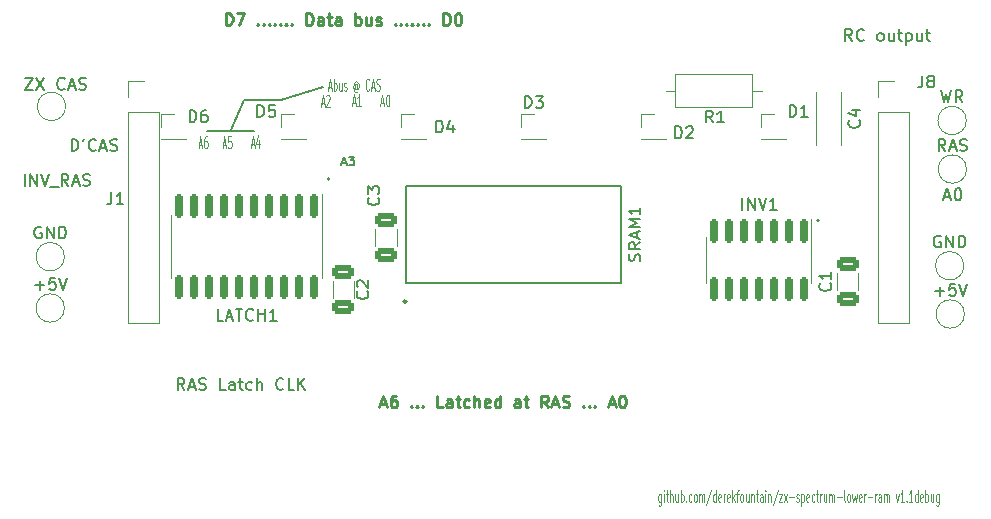
<source format=gto>
G04 #@! TF.GenerationSoftware,KiCad,Pcbnew,6.0.9-8da3e8f707~116~ubuntu20.04.1*
G04 #@! TF.CreationDate,2022-11-05T19:19:53+00:00*
G04 #@! TF.ProjectId,slrm,736c726d-2e6b-4696-9361-645f70636258,rev?*
G04 #@! TF.SameCoordinates,Original*
G04 #@! TF.FileFunction,Legend,Top*
G04 #@! TF.FilePolarity,Positive*
%FSLAX46Y46*%
G04 Gerber Fmt 4.6, Leading zero omitted, Abs format (unit mm)*
G04 Created by KiCad (PCBNEW 6.0.9-8da3e8f707~116~ubuntu20.04.1) date 2022-11-05 19:19:53*
%MOMM*%
%LPD*%
G01*
G04 APERTURE LIST*
G04 Aperture macros list*
%AMRoundRect*
0 Rectangle with rounded corners*
0 $1 Rounding radius*
0 $2 $3 $4 $5 $6 $7 $8 $9 X,Y pos of 4 corners*
0 Add a 4 corners polygon primitive as box body*
4,1,4,$2,$3,$4,$5,$6,$7,$8,$9,$2,$3,0*
0 Add four circle primitives for the rounded corners*
1,1,$1+$1,$2,$3*
1,1,$1+$1,$4,$5*
1,1,$1+$1,$6,$7*
1,1,$1+$1,$8,$9*
0 Add four rect primitives between the rounded corners*
20,1,$1+$1,$2,$3,$4,$5,0*
20,1,$1+$1,$4,$5,$6,$7,0*
20,1,$1+$1,$6,$7,$8,$9,0*
20,1,$1+$1,$8,$9,$2,$3,0*%
G04 Aperture macros list end*
%ADD10C,0.150000*%
%ADD11C,0.125000*%
%ADD12C,0.250000*%
%ADD13C,0.120000*%
%ADD14C,0.200000*%
%ADD15C,0.223606*%
%ADD16C,2.000000*%
%ADD17R,1.350000X1.350000*%
%ADD18C,1.600000*%
%ADD19O,0.600000X2.250000*%
%ADD20R,1.700000X1.700000*%
%ADD21O,1.700000X1.700000*%
%ADD22RoundRect,0.250000X0.650000X-0.325000X0.650000X0.325000X-0.650000X0.325000X-0.650000X-0.325000X0*%
%ADD23O,1.600000X1.600000*%
%ADD24RoundRect,0.150000X-0.150000X0.837500X-0.150000X-0.837500X0.150000X-0.837500X0.150000X0.837500X0*%
%ADD25RoundRect,0.150000X-0.150000X0.825000X-0.150000X-0.825000X0.150000X-0.825000X0.150000X0.825000X0*%
%ADD26RoundRect,0.250000X-0.650000X0.325000X-0.650000X-0.325000X0.650000X-0.325000X0.650000X0.325000X0*%
G04 APERTURE END LIST*
D10*
X122844285Y-111182380D02*
X122510952Y-110706190D01*
X122272857Y-111182380D02*
X122272857Y-110182380D01*
X122653809Y-110182380D01*
X122749047Y-110230000D01*
X122796666Y-110277619D01*
X122844285Y-110372857D01*
X122844285Y-110515714D01*
X122796666Y-110610952D01*
X122749047Y-110658571D01*
X122653809Y-110706190D01*
X122272857Y-110706190D01*
X123225238Y-110896666D02*
X123701428Y-110896666D01*
X123130000Y-111182380D02*
X123463333Y-110182380D01*
X123796666Y-111182380D01*
X124082380Y-111134761D02*
X124225238Y-111182380D01*
X124463333Y-111182380D01*
X124558571Y-111134761D01*
X124606190Y-111087142D01*
X124653809Y-110991904D01*
X124653809Y-110896666D01*
X124606190Y-110801428D01*
X124558571Y-110753809D01*
X124463333Y-110706190D01*
X124272857Y-110658571D01*
X124177619Y-110610952D01*
X124130000Y-110563333D01*
X124082380Y-110468095D01*
X124082380Y-110372857D01*
X124130000Y-110277619D01*
X124177619Y-110230000D01*
X124272857Y-110182380D01*
X124510952Y-110182380D01*
X124653809Y-110230000D01*
X126320476Y-111182380D02*
X125844285Y-111182380D01*
X125844285Y-110182380D01*
X127082380Y-111182380D02*
X127082380Y-110658571D01*
X127034761Y-110563333D01*
X126939523Y-110515714D01*
X126749047Y-110515714D01*
X126653809Y-110563333D01*
X127082380Y-111134761D02*
X126987142Y-111182380D01*
X126749047Y-111182380D01*
X126653809Y-111134761D01*
X126606190Y-111039523D01*
X126606190Y-110944285D01*
X126653809Y-110849047D01*
X126749047Y-110801428D01*
X126987142Y-110801428D01*
X127082380Y-110753809D01*
X127415714Y-110515714D02*
X127796666Y-110515714D01*
X127558571Y-110182380D02*
X127558571Y-111039523D01*
X127606190Y-111134761D01*
X127701428Y-111182380D01*
X127796666Y-111182380D01*
X128558571Y-111134761D02*
X128463333Y-111182380D01*
X128272857Y-111182380D01*
X128177619Y-111134761D01*
X128130000Y-111087142D01*
X128082380Y-110991904D01*
X128082380Y-110706190D01*
X128130000Y-110610952D01*
X128177619Y-110563333D01*
X128272857Y-110515714D01*
X128463333Y-110515714D01*
X128558571Y-110563333D01*
X128987142Y-111182380D02*
X128987142Y-110182380D01*
X129415714Y-111182380D02*
X129415714Y-110658571D01*
X129368095Y-110563333D01*
X129272857Y-110515714D01*
X129130000Y-110515714D01*
X129034761Y-110563333D01*
X128987142Y-110610952D01*
X131225238Y-111087142D02*
X131177619Y-111134761D01*
X131034761Y-111182380D01*
X130939523Y-111182380D01*
X130796666Y-111134761D01*
X130701428Y-111039523D01*
X130653809Y-110944285D01*
X130606190Y-110753809D01*
X130606190Y-110610952D01*
X130653809Y-110420476D01*
X130701428Y-110325238D01*
X130796666Y-110230000D01*
X130939523Y-110182380D01*
X131034761Y-110182380D01*
X131177619Y-110230000D01*
X131225238Y-110277619D01*
X132130000Y-111182380D02*
X131653809Y-111182380D01*
X131653809Y-110182380D01*
X132463333Y-111182380D02*
X132463333Y-110182380D01*
X133034761Y-111182380D02*
X132606190Y-110610952D01*
X133034761Y-110182380D02*
X132463333Y-110753809D01*
X179367619Y-81622380D02*
X179034285Y-81146190D01*
X178796190Y-81622380D02*
X178796190Y-80622380D01*
X179177142Y-80622380D01*
X179272380Y-80670000D01*
X179320000Y-80717619D01*
X179367619Y-80812857D01*
X179367619Y-80955714D01*
X179320000Y-81050952D01*
X179272380Y-81098571D01*
X179177142Y-81146190D01*
X178796190Y-81146190D01*
X180367619Y-81527142D02*
X180320000Y-81574761D01*
X180177142Y-81622380D01*
X180081904Y-81622380D01*
X179939047Y-81574761D01*
X179843809Y-81479523D01*
X179796190Y-81384285D01*
X179748571Y-81193809D01*
X179748571Y-81050952D01*
X179796190Y-80860476D01*
X179843809Y-80765238D01*
X179939047Y-80670000D01*
X180081904Y-80622380D01*
X180177142Y-80622380D01*
X180320000Y-80670000D01*
X180367619Y-80717619D01*
X181700952Y-81622380D02*
X181605714Y-81574761D01*
X181558095Y-81527142D01*
X181510476Y-81431904D01*
X181510476Y-81146190D01*
X181558095Y-81050952D01*
X181605714Y-81003333D01*
X181700952Y-80955714D01*
X181843809Y-80955714D01*
X181939047Y-81003333D01*
X181986666Y-81050952D01*
X182034285Y-81146190D01*
X182034285Y-81431904D01*
X181986666Y-81527142D01*
X181939047Y-81574761D01*
X181843809Y-81622380D01*
X181700952Y-81622380D01*
X182891428Y-80955714D02*
X182891428Y-81622380D01*
X182462857Y-80955714D02*
X182462857Y-81479523D01*
X182510476Y-81574761D01*
X182605714Y-81622380D01*
X182748571Y-81622380D01*
X182843809Y-81574761D01*
X182891428Y-81527142D01*
X183224761Y-80955714D02*
X183605714Y-80955714D01*
X183367619Y-80622380D02*
X183367619Y-81479523D01*
X183415238Y-81574761D01*
X183510476Y-81622380D01*
X183605714Y-81622380D01*
X183939047Y-80955714D02*
X183939047Y-81955714D01*
X183939047Y-81003333D02*
X184034285Y-80955714D01*
X184224761Y-80955714D01*
X184320000Y-81003333D01*
X184367619Y-81050952D01*
X184415238Y-81146190D01*
X184415238Y-81431904D01*
X184367619Y-81527142D01*
X184320000Y-81574761D01*
X184224761Y-81622380D01*
X184034285Y-81622380D01*
X183939047Y-81574761D01*
X185272380Y-80955714D02*
X185272380Y-81622380D01*
X184843809Y-80955714D02*
X184843809Y-81479523D01*
X184891428Y-81574761D01*
X184986666Y-81622380D01*
X185129523Y-81622380D01*
X185224761Y-81574761D01*
X185272380Y-81527142D01*
X185605714Y-80955714D02*
X185986666Y-80955714D01*
X185748571Y-80622380D02*
X185748571Y-81479523D01*
X185796190Y-81574761D01*
X185891428Y-81622380D01*
X185986666Y-81622380D01*
X124760000Y-89280000D02*
X128760000Y-89280000D01*
X127850000Y-86620000D02*
X126820000Y-89210000D01*
X131040000Y-86620000D02*
X127850000Y-86620000D01*
X134610000Y-85540000D02*
X131040000Y-86620000D01*
D11*
X135031428Y-85546666D02*
X135269523Y-85546666D01*
X134983809Y-85832380D02*
X135150476Y-84832380D01*
X135317142Y-85832380D01*
X135483809Y-85832380D02*
X135483809Y-84832380D01*
X135483809Y-85213333D02*
X135531428Y-85165714D01*
X135626666Y-85165714D01*
X135674285Y-85213333D01*
X135698095Y-85260952D01*
X135721904Y-85356190D01*
X135721904Y-85641904D01*
X135698095Y-85737142D01*
X135674285Y-85784761D01*
X135626666Y-85832380D01*
X135531428Y-85832380D01*
X135483809Y-85784761D01*
X136150476Y-85165714D02*
X136150476Y-85832380D01*
X135936190Y-85165714D02*
X135936190Y-85689523D01*
X135960000Y-85784761D01*
X136007619Y-85832380D01*
X136079047Y-85832380D01*
X136126666Y-85784761D01*
X136150476Y-85737142D01*
X136364761Y-85784761D02*
X136412380Y-85832380D01*
X136507619Y-85832380D01*
X136555238Y-85784761D01*
X136579047Y-85689523D01*
X136579047Y-85641904D01*
X136555238Y-85546666D01*
X136507619Y-85499047D01*
X136436190Y-85499047D01*
X136388571Y-85451428D01*
X136364761Y-85356190D01*
X136364761Y-85308571D01*
X136388571Y-85213333D01*
X136436190Y-85165714D01*
X136507619Y-85165714D01*
X136555238Y-85213333D01*
X137483809Y-85356190D02*
X137460000Y-85308571D01*
X137412380Y-85260952D01*
X137364761Y-85260952D01*
X137317142Y-85308571D01*
X137293333Y-85356190D01*
X137269523Y-85451428D01*
X137269523Y-85546666D01*
X137293333Y-85641904D01*
X137317142Y-85689523D01*
X137364761Y-85737142D01*
X137412380Y-85737142D01*
X137460000Y-85689523D01*
X137483809Y-85641904D01*
X137483809Y-85260952D02*
X137483809Y-85641904D01*
X137507619Y-85689523D01*
X137531428Y-85689523D01*
X137579047Y-85641904D01*
X137602857Y-85546666D01*
X137602857Y-85308571D01*
X137555238Y-85165714D01*
X137483809Y-85070476D01*
X137388571Y-85022857D01*
X137293333Y-85070476D01*
X137221904Y-85165714D01*
X137174285Y-85308571D01*
X137150476Y-85499047D01*
X137174285Y-85689523D01*
X137221904Y-85832380D01*
X137293333Y-85927619D01*
X137388571Y-85975238D01*
X137483809Y-85927619D01*
X137555238Y-85832380D01*
X138483809Y-85737142D02*
X138460000Y-85784761D01*
X138388571Y-85832380D01*
X138340952Y-85832380D01*
X138269523Y-85784761D01*
X138221904Y-85689523D01*
X138198095Y-85594285D01*
X138174285Y-85403809D01*
X138174285Y-85260952D01*
X138198095Y-85070476D01*
X138221904Y-84975238D01*
X138269523Y-84880000D01*
X138340952Y-84832380D01*
X138388571Y-84832380D01*
X138460000Y-84880000D01*
X138483809Y-84927619D01*
X138674285Y-85546666D02*
X138912380Y-85546666D01*
X138626666Y-85832380D02*
X138793333Y-84832380D01*
X138960000Y-85832380D01*
X139102857Y-85784761D02*
X139174285Y-85832380D01*
X139293333Y-85832380D01*
X139340952Y-85784761D01*
X139364761Y-85737142D01*
X139388571Y-85641904D01*
X139388571Y-85546666D01*
X139364761Y-85451428D01*
X139340952Y-85403809D01*
X139293333Y-85356190D01*
X139198095Y-85308571D01*
X139150476Y-85260952D01*
X139126666Y-85213333D01*
X139102857Y-85118095D01*
X139102857Y-85022857D01*
X139126666Y-84927619D01*
X139150476Y-84880000D01*
X139198095Y-84832380D01*
X139317142Y-84832380D01*
X139388571Y-84880000D01*
X124082857Y-90426666D02*
X124320952Y-90426666D01*
X124035238Y-90712380D02*
X124201904Y-89712380D01*
X124368571Y-90712380D01*
X124749523Y-89712380D02*
X124654285Y-89712380D01*
X124606666Y-89760000D01*
X124582857Y-89807619D01*
X124535238Y-89950476D01*
X124511428Y-90140952D01*
X124511428Y-90521904D01*
X124535238Y-90617142D01*
X124559047Y-90664761D01*
X124606666Y-90712380D01*
X124701904Y-90712380D01*
X124749523Y-90664761D01*
X124773333Y-90617142D01*
X124797142Y-90521904D01*
X124797142Y-90283809D01*
X124773333Y-90188571D01*
X124749523Y-90140952D01*
X124701904Y-90093333D01*
X124606666Y-90093333D01*
X124559047Y-90140952D01*
X124535238Y-90188571D01*
X124511428Y-90283809D01*
X128502857Y-90386666D02*
X128740952Y-90386666D01*
X128455238Y-90672380D02*
X128621904Y-89672380D01*
X128788571Y-90672380D01*
X129169523Y-90005714D02*
X129169523Y-90672380D01*
X129050476Y-89624761D02*
X128931428Y-90339047D01*
X129240952Y-90339047D01*
X126112857Y-90416666D02*
X126350952Y-90416666D01*
X126065238Y-90702380D02*
X126231904Y-89702380D01*
X126398571Y-90702380D01*
X126803333Y-89702380D02*
X126565238Y-89702380D01*
X126541428Y-90178571D01*
X126565238Y-90130952D01*
X126612857Y-90083333D01*
X126731904Y-90083333D01*
X126779523Y-90130952D01*
X126803333Y-90178571D01*
X126827142Y-90273809D01*
X126827142Y-90511904D01*
X126803333Y-90607142D01*
X126779523Y-90654761D01*
X126731904Y-90702380D01*
X126612857Y-90702380D01*
X126565238Y-90654761D01*
X126541428Y-90607142D01*
D10*
X136144285Y-91955000D02*
X136501428Y-91955000D01*
X136072857Y-92169285D02*
X136322857Y-91419285D01*
X136572857Y-92169285D01*
X136751428Y-91419285D02*
X137215714Y-91419285D01*
X136965714Y-91705000D01*
X137072857Y-91705000D01*
X137144285Y-91740714D01*
X137180000Y-91776428D01*
X137215714Y-91847857D01*
X137215714Y-92026428D01*
X137180000Y-92097857D01*
X137144285Y-92133571D01*
X137072857Y-92169285D01*
X136858571Y-92169285D01*
X136787142Y-92133571D01*
X136751428Y-92097857D01*
D11*
X134432857Y-86896666D02*
X134670952Y-86896666D01*
X134385238Y-87182380D02*
X134551904Y-86182380D01*
X134718571Y-87182380D01*
X134861428Y-86277619D02*
X134885238Y-86230000D01*
X134932857Y-86182380D01*
X135051904Y-86182380D01*
X135099523Y-86230000D01*
X135123333Y-86277619D01*
X135147142Y-86372857D01*
X135147142Y-86468095D01*
X135123333Y-86610952D01*
X134837619Y-87182380D01*
X135147142Y-87182380D01*
X137062857Y-86856666D02*
X137300952Y-86856666D01*
X137015238Y-87142380D02*
X137181904Y-86142380D01*
X137348571Y-87142380D01*
X137777142Y-87142380D02*
X137491428Y-87142380D01*
X137634285Y-87142380D02*
X137634285Y-86142380D01*
X137586666Y-86285238D01*
X137539047Y-86380476D01*
X137491428Y-86428095D01*
X139482857Y-86886666D02*
X139720952Y-86886666D01*
X139435238Y-87172380D02*
X139601904Y-86172380D01*
X139768571Y-87172380D01*
X140030476Y-86172380D02*
X140078095Y-86172380D01*
X140125714Y-86220000D01*
X140149523Y-86267619D01*
X140173333Y-86362857D01*
X140197142Y-86553333D01*
X140197142Y-86791428D01*
X140173333Y-86981904D01*
X140149523Y-87077142D01*
X140125714Y-87124761D01*
X140078095Y-87172380D01*
X140030476Y-87172380D01*
X139982857Y-87124761D01*
X139959047Y-87077142D01*
X139935238Y-86981904D01*
X139911428Y-86791428D01*
X139911428Y-86553333D01*
X139935238Y-86362857D01*
X139959047Y-86267619D01*
X139982857Y-86220000D01*
X140030476Y-86172380D01*
D12*
X126347619Y-80292380D02*
X126347619Y-79292380D01*
X126585714Y-79292380D01*
X126728571Y-79340000D01*
X126823809Y-79435238D01*
X126871428Y-79530476D01*
X126919047Y-79720952D01*
X126919047Y-79863809D01*
X126871428Y-80054285D01*
X126823809Y-80149523D01*
X126728571Y-80244761D01*
X126585714Y-80292380D01*
X126347619Y-80292380D01*
X127252380Y-79292380D02*
X127919047Y-79292380D01*
X127490476Y-80292380D01*
X129061904Y-80197142D02*
X129109523Y-80244761D01*
X129061904Y-80292380D01*
X129014285Y-80244761D01*
X129061904Y-80197142D01*
X129061904Y-80292380D01*
X129538095Y-80197142D02*
X129585714Y-80244761D01*
X129538095Y-80292380D01*
X129490476Y-80244761D01*
X129538095Y-80197142D01*
X129538095Y-80292380D01*
X130014285Y-80197142D02*
X130061904Y-80244761D01*
X130014285Y-80292380D01*
X129966666Y-80244761D01*
X130014285Y-80197142D01*
X130014285Y-80292380D01*
X130490476Y-80197142D02*
X130538095Y-80244761D01*
X130490476Y-80292380D01*
X130442857Y-80244761D01*
X130490476Y-80197142D01*
X130490476Y-80292380D01*
X130966666Y-80197142D02*
X131014285Y-80244761D01*
X130966666Y-80292380D01*
X130919047Y-80244761D01*
X130966666Y-80197142D01*
X130966666Y-80292380D01*
X131442857Y-80197142D02*
X131490476Y-80244761D01*
X131442857Y-80292380D01*
X131395238Y-80244761D01*
X131442857Y-80197142D01*
X131442857Y-80292380D01*
X131919047Y-80197142D02*
X131966666Y-80244761D01*
X131919047Y-80292380D01*
X131871428Y-80244761D01*
X131919047Y-80197142D01*
X131919047Y-80292380D01*
X133157142Y-80292380D02*
X133157142Y-79292380D01*
X133395238Y-79292380D01*
X133538095Y-79340000D01*
X133633333Y-79435238D01*
X133680952Y-79530476D01*
X133728571Y-79720952D01*
X133728571Y-79863809D01*
X133680952Y-80054285D01*
X133633333Y-80149523D01*
X133538095Y-80244761D01*
X133395238Y-80292380D01*
X133157142Y-80292380D01*
X134585714Y-80292380D02*
X134585714Y-79768571D01*
X134538095Y-79673333D01*
X134442857Y-79625714D01*
X134252380Y-79625714D01*
X134157142Y-79673333D01*
X134585714Y-80244761D02*
X134490476Y-80292380D01*
X134252380Y-80292380D01*
X134157142Y-80244761D01*
X134109523Y-80149523D01*
X134109523Y-80054285D01*
X134157142Y-79959047D01*
X134252380Y-79911428D01*
X134490476Y-79911428D01*
X134585714Y-79863809D01*
X134919047Y-79625714D02*
X135300000Y-79625714D01*
X135061904Y-79292380D02*
X135061904Y-80149523D01*
X135109523Y-80244761D01*
X135204761Y-80292380D01*
X135300000Y-80292380D01*
X136061904Y-80292380D02*
X136061904Y-79768571D01*
X136014285Y-79673333D01*
X135919047Y-79625714D01*
X135728571Y-79625714D01*
X135633333Y-79673333D01*
X136061904Y-80244761D02*
X135966666Y-80292380D01*
X135728571Y-80292380D01*
X135633333Y-80244761D01*
X135585714Y-80149523D01*
X135585714Y-80054285D01*
X135633333Y-79959047D01*
X135728571Y-79911428D01*
X135966666Y-79911428D01*
X136061904Y-79863809D01*
X137300000Y-80292380D02*
X137300000Y-79292380D01*
X137300000Y-79673333D02*
X137395238Y-79625714D01*
X137585714Y-79625714D01*
X137680952Y-79673333D01*
X137728571Y-79720952D01*
X137776190Y-79816190D01*
X137776190Y-80101904D01*
X137728571Y-80197142D01*
X137680952Y-80244761D01*
X137585714Y-80292380D01*
X137395238Y-80292380D01*
X137300000Y-80244761D01*
X138633333Y-79625714D02*
X138633333Y-80292380D01*
X138204761Y-79625714D02*
X138204761Y-80149523D01*
X138252380Y-80244761D01*
X138347619Y-80292380D01*
X138490476Y-80292380D01*
X138585714Y-80244761D01*
X138633333Y-80197142D01*
X139061904Y-80244761D02*
X139157142Y-80292380D01*
X139347619Y-80292380D01*
X139442857Y-80244761D01*
X139490476Y-80149523D01*
X139490476Y-80101904D01*
X139442857Y-80006666D01*
X139347619Y-79959047D01*
X139204761Y-79959047D01*
X139109523Y-79911428D01*
X139061904Y-79816190D01*
X139061904Y-79768571D01*
X139109523Y-79673333D01*
X139204761Y-79625714D01*
X139347619Y-79625714D01*
X139442857Y-79673333D01*
X140680952Y-80197142D02*
X140728571Y-80244761D01*
X140680952Y-80292380D01*
X140633333Y-80244761D01*
X140680952Y-80197142D01*
X140680952Y-80292380D01*
X141157142Y-80197142D02*
X141204761Y-80244761D01*
X141157142Y-80292380D01*
X141109523Y-80244761D01*
X141157142Y-80197142D01*
X141157142Y-80292380D01*
X141633333Y-80197142D02*
X141680952Y-80244761D01*
X141633333Y-80292380D01*
X141585714Y-80244761D01*
X141633333Y-80197142D01*
X141633333Y-80292380D01*
X142109523Y-80197142D02*
X142157142Y-80244761D01*
X142109523Y-80292380D01*
X142061904Y-80244761D01*
X142109523Y-80197142D01*
X142109523Y-80292380D01*
X142585714Y-80197142D02*
X142633333Y-80244761D01*
X142585714Y-80292380D01*
X142538095Y-80244761D01*
X142585714Y-80197142D01*
X142585714Y-80292380D01*
X143061904Y-80197142D02*
X143109523Y-80244761D01*
X143061904Y-80292380D01*
X143014285Y-80244761D01*
X143061904Y-80197142D01*
X143061904Y-80292380D01*
X143538095Y-80197142D02*
X143585714Y-80244761D01*
X143538095Y-80292380D01*
X143490476Y-80244761D01*
X143538095Y-80197142D01*
X143538095Y-80292380D01*
X144776190Y-80292380D02*
X144776190Y-79292380D01*
X145014285Y-79292380D01*
X145157142Y-79340000D01*
X145252380Y-79435238D01*
X145300000Y-79530476D01*
X145347619Y-79720952D01*
X145347619Y-79863809D01*
X145300000Y-80054285D01*
X145252380Y-80149523D01*
X145157142Y-80244761D01*
X145014285Y-80292380D01*
X144776190Y-80292380D01*
X145966666Y-79292380D02*
X146061904Y-79292380D01*
X146157142Y-79340000D01*
X146204761Y-79387619D01*
X146252380Y-79482857D01*
X146300000Y-79673333D01*
X146300000Y-79911428D01*
X146252380Y-80101904D01*
X146204761Y-80197142D01*
X146157142Y-80244761D01*
X146061904Y-80292380D01*
X145966666Y-80292380D01*
X145871428Y-80244761D01*
X145823809Y-80197142D01*
X145776190Y-80101904D01*
X145728571Y-79911428D01*
X145728571Y-79673333D01*
X145776190Y-79482857D01*
X145823809Y-79387619D01*
X145871428Y-79340000D01*
X145966666Y-79292380D01*
X139439047Y-112366666D02*
X139915238Y-112366666D01*
X139343809Y-112652380D02*
X139677142Y-111652380D01*
X140010476Y-112652380D01*
X140772380Y-111652380D02*
X140581904Y-111652380D01*
X140486666Y-111700000D01*
X140439047Y-111747619D01*
X140343809Y-111890476D01*
X140296190Y-112080952D01*
X140296190Y-112461904D01*
X140343809Y-112557142D01*
X140391428Y-112604761D01*
X140486666Y-112652380D01*
X140677142Y-112652380D01*
X140772380Y-112604761D01*
X140820000Y-112557142D01*
X140867619Y-112461904D01*
X140867619Y-112223809D01*
X140820000Y-112128571D01*
X140772380Y-112080952D01*
X140677142Y-112033333D01*
X140486666Y-112033333D01*
X140391428Y-112080952D01*
X140343809Y-112128571D01*
X140296190Y-112223809D01*
X142058095Y-112557142D02*
X142105714Y-112604761D01*
X142058095Y-112652380D01*
X142010476Y-112604761D01*
X142058095Y-112557142D01*
X142058095Y-112652380D01*
X142534285Y-112557142D02*
X142581904Y-112604761D01*
X142534285Y-112652380D01*
X142486666Y-112604761D01*
X142534285Y-112557142D01*
X142534285Y-112652380D01*
X143010476Y-112557142D02*
X143058095Y-112604761D01*
X143010476Y-112652380D01*
X142962857Y-112604761D01*
X143010476Y-112557142D01*
X143010476Y-112652380D01*
X144724761Y-112652380D02*
X144248571Y-112652380D01*
X144248571Y-111652380D01*
X145486666Y-112652380D02*
X145486666Y-112128571D01*
X145439047Y-112033333D01*
X145343809Y-111985714D01*
X145153333Y-111985714D01*
X145058095Y-112033333D01*
X145486666Y-112604761D02*
X145391428Y-112652380D01*
X145153333Y-112652380D01*
X145058095Y-112604761D01*
X145010476Y-112509523D01*
X145010476Y-112414285D01*
X145058095Y-112319047D01*
X145153333Y-112271428D01*
X145391428Y-112271428D01*
X145486666Y-112223809D01*
X145820000Y-111985714D02*
X146200952Y-111985714D01*
X145962857Y-111652380D02*
X145962857Y-112509523D01*
X146010476Y-112604761D01*
X146105714Y-112652380D01*
X146200952Y-112652380D01*
X146962857Y-112604761D02*
X146867619Y-112652380D01*
X146677142Y-112652380D01*
X146581904Y-112604761D01*
X146534285Y-112557142D01*
X146486666Y-112461904D01*
X146486666Y-112176190D01*
X146534285Y-112080952D01*
X146581904Y-112033333D01*
X146677142Y-111985714D01*
X146867619Y-111985714D01*
X146962857Y-112033333D01*
X147391428Y-112652380D02*
X147391428Y-111652380D01*
X147820000Y-112652380D02*
X147820000Y-112128571D01*
X147772380Y-112033333D01*
X147677142Y-111985714D01*
X147534285Y-111985714D01*
X147439047Y-112033333D01*
X147391428Y-112080952D01*
X148677142Y-112604761D02*
X148581904Y-112652380D01*
X148391428Y-112652380D01*
X148296190Y-112604761D01*
X148248571Y-112509523D01*
X148248571Y-112128571D01*
X148296190Y-112033333D01*
X148391428Y-111985714D01*
X148581904Y-111985714D01*
X148677142Y-112033333D01*
X148724761Y-112128571D01*
X148724761Y-112223809D01*
X148248571Y-112319047D01*
X149581904Y-112652380D02*
X149581904Y-111652380D01*
X149581904Y-112604761D02*
X149486666Y-112652380D01*
X149296190Y-112652380D01*
X149200952Y-112604761D01*
X149153333Y-112557142D01*
X149105714Y-112461904D01*
X149105714Y-112176190D01*
X149153333Y-112080952D01*
X149200952Y-112033333D01*
X149296190Y-111985714D01*
X149486666Y-111985714D01*
X149581904Y-112033333D01*
X151248571Y-112652380D02*
X151248571Y-112128571D01*
X151200952Y-112033333D01*
X151105714Y-111985714D01*
X150915238Y-111985714D01*
X150820000Y-112033333D01*
X151248571Y-112604761D02*
X151153333Y-112652380D01*
X150915238Y-112652380D01*
X150820000Y-112604761D01*
X150772380Y-112509523D01*
X150772380Y-112414285D01*
X150820000Y-112319047D01*
X150915238Y-112271428D01*
X151153333Y-112271428D01*
X151248571Y-112223809D01*
X151581904Y-111985714D02*
X151962857Y-111985714D01*
X151724761Y-111652380D02*
X151724761Y-112509523D01*
X151772380Y-112604761D01*
X151867619Y-112652380D01*
X151962857Y-112652380D01*
X153629523Y-112652380D02*
X153296190Y-112176190D01*
X153058095Y-112652380D02*
X153058095Y-111652380D01*
X153439047Y-111652380D01*
X153534285Y-111700000D01*
X153581904Y-111747619D01*
X153629523Y-111842857D01*
X153629523Y-111985714D01*
X153581904Y-112080952D01*
X153534285Y-112128571D01*
X153439047Y-112176190D01*
X153058095Y-112176190D01*
X154010476Y-112366666D02*
X154486666Y-112366666D01*
X153915238Y-112652380D02*
X154248571Y-111652380D01*
X154581904Y-112652380D01*
X154867619Y-112604761D02*
X155010476Y-112652380D01*
X155248571Y-112652380D01*
X155343809Y-112604761D01*
X155391428Y-112557142D01*
X155439047Y-112461904D01*
X155439047Y-112366666D01*
X155391428Y-112271428D01*
X155343809Y-112223809D01*
X155248571Y-112176190D01*
X155058095Y-112128571D01*
X154962857Y-112080952D01*
X154915238Y-112033333D01*
X154867619Y-111938095D01*
X154867619Y-111842857D01*
X154915238Y-111747619D01*
X154962857Y-111700000D01*
X155058095Y-111652380D01*
X155296190Y-111652380D01*
X155439047Y-111700000D01*
X156629523Y-112557142D02*
X156677142Y-112604761D01*
X156629523Y-112652380D01*
X156581904Y-112604761D01*
X156629523Y-112557142D01*
X156629523Y-112652380D01*
X157105714Y-112557142D02*
X157153333Y-112604761D01*
X157105714Y-112652380D01*
X157058095Y-112604761D01*
X157105714Y-112557142D01*
X157105714Y-112652380D01*
X157581904Y-112557142D02*
X157629523Y-112604761D01*
X157581904Y-112652380D01*
X157534285Y-112604761D01*
X157581904Y-112557142D01*
X157581904Y-112652380D01*
X158772380Y-112366666D02*
X159248571Y-112366666D01*
X158677142Y-112652380D02*
X159010476Y-111652380D01*
X159343809Y-112652380D01*
X159867619Y-111652380D02*
X159962857Y-111652380D01*
X160058095Y-111700000D01*
X160105714Y-111747619D01*
X160153333Y-111842857D01*
X160200952Y-112033333D01*
X160200952Y-112271428D01*
X160153333Y-112461904D01*
X160105714Y-112557142D01*
X160058095Y-112604761D01*
X159962857Y-112652380D01*
X159867619Y-112652380D01*
X159772380Y-112604761D01*
X159724761Y-112557142D01*
X159677142Y-112461904D01*
X159629523Y-112271428D01*
X159629523Y-112033333D01*
X159677142Y-111842857D01*
X159724761Y-111747619D01*
X159772380Y-111700000D01*
X159867619Y-111652380D01*
D10*
X135140000Y-93320000D02*
G75*
G03*
X135140000Y-93320000I-100000J0D01*
G01*
X176580000Y-96820000D02*
G75*
G03*
X176580000Y-96820000I-100000J0D01*
G01*
D11*
X163197142Y-119995714D02*
X163197142Y-120805238D01*
X163173333Y-120900476D01*
X163149523Y-120948095D01*
X163101904Y-120995714D01*
X163030476Y-120995714D01*
X162982857Y-120948095D01*
X163197142Y-120614761D02*
X163149523Y-120662380D01*
X163054285Y-120662380D01*
X163006666Y-120614761D01*
X162982857Y-120567142D01*
X162959047Y-120471904D01*
X162959047Y-120186190D01*
X162982857Y-120090952D01*
X163006666Y-120043333D01*
X163054285Y-119995714D01*
X163149523Y-119995714D01*
X163197142Y-120043333D01*
X163435238Y-120662380D02*
X163435238Y-119995714D01*
X163435238Y-119662380D02*
X163411428Y-119710000D01*
X163435238Y-119757619D01*
X163459047Y-119710000D01*
X163435238Y-119662380D01*
X163435238Y-119757619D01*
X163601904Y-119995714D02*
X163792380Y-119995714D01*
X163673333Y-119662380D02*
X163673333Y-120519523D01*
X163697142Y-120614761D01*
X163744761Y-120662380D01*
X163792380Y-120662380D01*
X163959047Y-120662380D02*
X163959047Y-119662380D01*
X164173333Y-120662380D02*
X164173333Y-120138571D01*
X164149523Y-120043333D01*
X164101904Y-119995714D01*
X164030476Y-119995714D01*
X163982857Y-120043333D01*
X163959047Y-120090952D01*
X164625714Y-119995714D02*
X164625714Y-120662380D01*
X164411428Y-119995714D02*
X164411428Y-120519523D01*
X164435238Y-120614761D01*
X164482857Y-120662380D01*
X164554285Y-120662380D01*
X164601904Y-120614761D01*
X164625714Y-120567142D01*
X164863809Y-120662380D02*
X164863809Y-119662380D01*
X164863809Y-120043333D02*
X164911428Y-119995714D01*
X165006666Y-119995714D01*
X165054285Y-120043333D01*
X165078095Y-120090952D01*
X165101904Y-120186190D01*
X165101904Y-120471904D01*
X165078095Y-120567142D01*
X165054285Y-120614761D01*
X165006666Y-120662380D01*
X164911428Y-120662380D01*
X164863809Y-120614761D01*
X165316190Y-120567142D02*
X165340000Y-120614761D01*
X165316190Y-120662380D01*
X165292380Y-120614761D01*
X165316190Y-120567142D01*
X165316190Y-120662380D01*
X165768571Y-120614761D02*
X165720952Y-120662380D01*
X165625714Y-120662380D01*
X165578095Y-120614761D01*
X165554285Y-120567142D01*
X165530476Y-120471904D01*
X165530476Y-120186190D01*
X165554285Y-120090952D01*
X165578095Y-120043333D01*
X165625714Y-119995714D01*
X165720952Y-119995714D01*
X165768571Y-120043333D01*
X166054285Y-120662380D02*
X166006666Y-120614761D01*
X165982857Y-120567142D01*
X165959047Y-120471904D01*
X165959047Y-120186190D01*
X165982857Y-120090952D01*
X166006666Y-120043333D01*
X166054285Y-119995714D01*
X166125714Y-119995714D01*
X166173333Y-120043333D01*
X166197142Y-120090952D01*
X166220952Y-120186190D01*
X166220952Y-120471904D01*
X166197142Y-120567142D01*
X166173333Y-120614761D01*
X166125714Y-120662380D01*
X166054285Y-120662380D01*
X166435238Y-120662380D02*
X166435238Y-119995714D01*
X166435238Y-120090952D02*
X166459047Y-120043333D01*
X166506666Y-119995714D01*
X166578095Y-119995714D01*
X166625714Y-120043333D01*
X166649523Y-120138571D01*
X166649523Y-120662380D01*
X166649523Y-120138571D02*
X166673333Y-120043333D01*
X166720952Y-119995714D01*
X166792380Y-119995714D01*
X166840000Y-120043333D01*
X166863809Y-120138571D01*
X166863809Y-120662380D01*
X167459047Y-119614761D02*
X167030476Y-120900476D01*
X167840000Y-120662380D02*
X167840000Y-119662380D01*
X167840000Y-120614761D02*
X167792380Y-120662380D01*
X167697142Y-120662380D01*
X167649523Y-120614761D01*
X167625714Y-120567142D01*
X167601904Y-120471904D01*
X167601904Y-120186190D01*
X167625714Y-120090952D01*
X167649523Y-120043333D01*
X167697142Y-119995714D01*
X167792380Y-119995714D01*
X167840000Y-120043333D01*
X168268571Y-120614761D02*
X168220952Y-120662380D01*
X168125714Y-120662380D01*
X168078095Y-120614761D01*
X168054285Y-120519523D01*
X168054285Y-120138571D01*
X168078095Y-120043333D01*
X168125714Y-119995714D01*
X168220952Y-119995714D01*
X168268571Y-120043333D01*
X168292380Y-120138571D01*
X168292380Y-120233809D01*
X168054285Y-120329047D01*
X168506666Y-120662380D02*
X168506666Y-119995714D01*
X168506666Y-120186190D02*
X168530476Y-120090952D01*
X168554285Y-120043333D01*
X168601904Y-119995714D01*
X168649523Y-119995714D01*
X169006666Y-120614761D02*
X168959047Y-120662380D01*
X168863809Y-120662380D01*
X168816190Y-120614761D01*
X168792380Y-120519523D01*
X168792380Y-120138571D01*
X168816190Y-120043333D01*
X168863809Y-119995714D01*
X168959047Y-119995714D01*
X169006666Y-120043333D01*
X169030476Y-120138571D01*
X169030476Y-120233809D01*
X168792380Y-120329047D01*
X169244761Y-120662380D02*
X169244761Y-119662380D01*
X169292380Y-120281428D02*
X169435238Y-120662380D01*
X169435238Y-119995714D02*
X169244761Y-120376666D01*
X169578095Y-119995714D02*
X169768571Y-119995714D01*
X169649523Y-120662380D02*
X169649523Y-119805238D01*
X169673333Y-119710000D01*
X169720952Y-119662380D01*
X169768571Y-119662380D01*
X170006666Y-120662380D02*
X169959047Y-120614761D01*
X169935238Y-120567142D01*
X169911428Y-120471904D01*
X169911428Y-120186190D01*
X169935238Y-120090952D01*
X169959047Y-120043333D01*
X170006666Y-119995714D01*
X170078095Y-119995714D01*
X170125714Y-120043333D01*
X170149523Y-120090952D01*
X170173333Y-120186190D01*
X170173333Y-120471904D01*
X170149523Y-120567142D01*
X170125714Y-120614761D01*
X170078095Y-120662380D01*
X170006666Y-120662380D01*
X170601904Y-119995714D02*
X170601904Y-120662380D01*
X170387619Y-119995714D02*
X170387619Y-120519523D01*
X170411428Y-120614761D01*
X170459047Y-120662380D01*
X170530476Y-120662380D01*
X170578095Y-120614761D01*
X170601904Y-120567142D01*
X170840000Y-119995714D02*
X170840000Y-120662380D01*
X170840000Y-120090952D02*
X170863809Y-120043333D01*
X170911428Y-119995714D01*
X170982857Y-119995714D01*
X171030476Y-120043333D01*
X171054285Y-120138571D01*
X171054285Y-120662380D01*
X171220952Y-119995714D02*
X171411428Y-119995714D01*
X171292380Y-119662380D02*
X171292380Y-120519523D01*
X171316190Y-120614761D01*
X171363809Y-120662380D01*
X171411428Y-120662380D01*
X171792380Y-120662380D02*
X171792380Y-120138571D01*
X171768571Y-120043333D01*
X171720952Y-119995714D01*
X171625714Y-119995714D01*
X171578095Y-120043333D01*
X171792380Y-120614761D02*
X171744761Y-120662380D01*
X171625714Y-120662380D01*
X171578095Y-120614761D01*
X171554285Y-120519523D01*
X171554285Y-120424285D01*
X171578095Y-120329047D01*
X171625714Y-120281428D01*
X171744761Y-120281428D01*
X171792380Y-120233809D01*
X172030476Y-120662380D02*
X172030476Y-119995714D01*
X172030476Y-119662380D02*
X172006666Y-119710000D01*
X172030476Y-119757619D01*
X172054285Y-119710000D01*
X172030476Y-119662380D01*
X172030476Y-119757619D01*
X172268571Y-119995714D02*
X172268571Y-120662380D01*
X172268571Y-120090952D02*
X172292380Y-120043333D01*
X172340000Y-119995714D01*
X172411428Y-119995714D01*
X172459047Y-120043333D01*
X172482857Y-120138571D01*
X172482857Y-120662380D01*
X173078095Y-119614761D02*
X172649523Y-120900476D01*
X173197142Y-119995714D02*
X173459047Y-119995714D01*
X173197142Y-120662380D01*
X173459047Y-120662380D01*
X173601904Y-120662380D02*
X173863809Y-119995714D01*
X173601904Y-119995714D02*
X173863809Y-120662380D01*
X174054285Y-120281428D02*
X174435238Y-120281428D01*
X174649523Y-120614761D02*
X174697142Y-120662380D01*
X174792380Y-120662380D01*
X174840000Y-120614761D01*
X174863809Y-120519523D01*
X174863809Y-120471904D01*
X174840000Y-120376666D01*
X174792380Y-120329047D01*
X174720952Y-120329047D01*
X174673333Y-120281428D01*
X174649523Y-120186190D01*
X174649523Y-120138571D01*
X174673333Y-120043333D01*
X174720952Y-119995714D01*
X174792380Y-119995714D01*
X174840000Y-120043333D01*
X175078095Y-119995714D02*
X175078095Y-120995714D01*
X175078095Y-120043333D02*
X175125714Y-119995714D01*
X175220952Y-119995714D01*
X175268571Y-120043333D01*
X175292380Y-120090952D01*
X175316190Y-120186190D01*
X175316190Y-120471904D01*
X175292380Y-120567142D01*
X175268571Y-120614761D01*
X175220952Y-120662380D01*
X175125714Y-120662380D01*
X175078095Y-120614761D01*
X175720952Y-120614761D02*
X175673333Y-120662380D01*
X175578095Y-120662380D01*
X175530476Y-120614761D01*
X175506666Y-120519523D01*
X175506666Y-120138571D01*
X175530476Y-120043333D01*
X175578095Y-119995714D01*
X175673333Y-119995714D01*
X175720952Y-120043333D01*
X175744761Y-120138571D01*
X175744761Y-120233809D01*
X175506666Y-120329047D01*
X176173333Y-120614761D02*
X176125714Y-120662380D01*
X176030476Y-120662380D01*
X175982857Y-120614761D01*
X175959047Y-120567142D01*
X175935238Y-120471904D01*
X175935238Y-120186190D01*
X175959047Y-120090952D01*
X175982857Y-120043333D01*
X176030476Y-119995714D01*
X176125714Y-119995714D01*
X176173333Y-120043333D01*
X176316190Y-119995714D02*
X176506666Y-119995714D01*
X176387619Y-119662380D02*
X176387619Y-120519523D01*
X176411428Y-120614761D01*
X176459047Y-120662380D01*
X176506666Y-120662380D01*
X176673333Y-120662380D02*
X176673333Y-119995714D01*
X176673333Y-120186190D02*
X176697142Y-120090952D01*
X176720952Y-120043333D01*
X176768571Y-119995714D01*
X176816190Y-119995714D01*
X177197142Y-119995714D02*
X177197142Y-120662380D01*
X176982857Y-119995714D02*
X176982857Y-120519523D01*
X177006666Y-120614761D01*
X177054285Y-120662380D01*
X177125714Y-120662380D01*
X177173333Y-120614761D01*
X177197142Y-120567142D01*
X177435238Y-120662380D02*
X177435238Y-119995714D01*
X177435238Y-120090952D02*
X177459047Y-120043333D01*
X177506666Y-119995714D01*
X177578095Y-119995714D01*
X177625714Y-120043333D01*
X177649523Y-120138571D01*
X177649523Y-120662380D01*
X177649523Y-120138571D02*
X177673333Y-120043333D01*
X177720952Y-119995714D01*
X177792380Y-119995714D01*
X177840000Y-120043333D01*
X177863809Y-120138571D01*
X177863809Y-120662380D01*
X178101904Y-120281428D02*
X178482857Y-120281428D01*
X178792380Y-120662380D02*
X178744761Y-120614761D01*
X178720952Y-120519523D01*
X178720952Y-119662380D01*
X179054285Y-120662380D02*
X179006666Y-120614761D01*
X178982857Y-120567142D01*
X178959047Y-120471904D01*
X178959047Y-120186190D01*
X178982857Y-120090952D01*
X179006666Y-120043333D01*
X179054285Y-119995714D01*
X179125714Y-119995714D01*
X179173333Y-120043333D01*
X179197142Y-120090952D01*
X179220952Y-120186190D01*
X179220952Y-120471904D01*
X179197142Y-120567142D01*
X179173333Y-120614761D01*
X179125714Y-120662380D01*
X179054285Y-120662380D01*
X179387619Y-119995714D02*
X179482857Y-120662380D01*
X179578095Y-120186190D01*
X179673333Y-120662380D01*
X179768571Y-119995714D01*
X180149523Y-120614761D02*
X180101904Y-120662380D01*
X180006666Y-120662380D01*
X179959047Y-120614761D01*
X179935238Y-120519523D01*
X179935238Y-120138571D01*
X179959047Y-120043333D01*
X180006666Y-119995714D01*
X180101904Y-119995714D01*
X180149523Y-120043333D01*
X180173333Y-120138571D01*
X180173333Y-120233809D01*
X179935238Y-120329047D01*
X180387619Y-120662380D02*
X180387619Y-119995714D01*
X180387619Y-120186190D02*
X180411428Y-120090952D01*
X180435238Y-120043333D01*
X180482857Y-119995714D01*
X180530476Y-119995714D01*
X180697142Y-120281428D02*
X181078095Y-120281428D01*
X181316190Y-120662380D02*
X181316190Y-119995714D01*
X181316190Y-120186190D02*
X181340000Y-120090952D01*
X181363809Y-120043333D01*
X181411428Y-119995714D01*
X181459047Y-119995714D01*
X181840000Y-120662380D02*
X181840000Y-120138571D01*
X181816190Y-120043333D01*
X181768571Y-119995714D01*
X181673333Y-119995714D01*
X181625714Y-120043333D01*
X181840000Y-120614761D02*
X181792380Y-120662380D01*
X181673333Y-120662380D01*
X181625714Y-120614761D01*
X181601904Y-120519523D01*
X181601904Y-120424285D01*
X181625714Y-120329047D01*
X181673333Y-120281428D01*
X181792380Y-120281428D01*
X181840000Y-120233809D01*
X182078095Y-120662380D02*
X182078095Y-119995714D01*
X182078095Y-120090952D02*
X182101904Y-120043333D01*
X182149523Y-119995714D01*
X182220952Y-119995714D01*
X182268571Y-120043333D01*
X182292380Y-120138571D01*
X182292380Y-120662380D01*
X182292380Y-120138571D02*
X182316190Y-120043333D01*
X182363809Y-119995714D01*
X182435238Y-119995714D01*
X182482857Y-120043333D01*
X182506666Y-120138571D01*
X182506666Y-120662380D01*
X183078095Y-119995714D02*
X183197142Y-120662380D01*
X183316190Y-119995714D01*
X183768571Y-120662380D02*
X183482857Y-120662380D01*
X183625714Y-120662380D02*
X183625714Y-119662380D01*
X183578095Y-119805238D01*
X183530476Y-119900476D01*
X183482857Y-119948095D01*
X183982857Y-120567142D02*
X184006666Y-120614761D01*
X183982857Y-120662380D01*
X183959047Y-120614761D01*
X183982857Y-120567142D01*
X183982857Y-120662380D01*
X184482857Y-120662380D02*
X184197142Y-120662380D01*
X184340000Y-120662380D02*
X184340000Y-119662380D01*
X184292380Y-119805238D01*
X184244761Y-119900476D01*
X184197142Y-119948095D01*
X184911428Y-120662380D02*
X184911428Y-119662380D01*
X184911428Y-120614761D02*
X184863809Y-120662380D01*
X184768571Y-120662380D01*
X184720952Y-120614761D01*
X184697142Y-120567142D01*
X184673333Y-120471904D01*
X184673333Y-120186190D01*
X184697142Y-120090952D01*
X184720952Y-120043333D01*
X184768571Y-119995714D01*
X184863809Y-119995714D01*
X184911428Y-120043333D01*
X185340000Y-120614761D02*
X185292380Y-120662380D01*
X185197142Y-120662380D01*
X185149523Y-120614761D01*
X185125714Y-120519523D01*
X185125714Y-120138571D01*
X185149523Y-120043333D01*
X185197142Y-119995714D01*
X185292380Y-119995714D01*
X185340000Y-120043333D01*
X185363809Y-120138571D01*
X185363809Y-120233809D01*
X185125714Y-120329047D01*
X185578095Y-120662380D02*
X185578095Y-119662380D01*
X185578095Y-120043333D02*
X185625714Y-119995714D01*
X185720952Y-119995714D01*
X185768571Y-120043333D01*
X185792380Y-120090952D01*
X185816190Y-120186190D01*
X185816190Y-120471904D01*
X185792380Y-120567142D01*
X185768571Y-120614761D01*
X185720952Y-120662380D01*
X185625714Y-120662380D01*
X185578095Y-120614761D01*
X186244761Y-119995714D02*
X186244761Y-120662380D01*
X186030476Y-119995714D02*
X186030476Y-120519523D01*
X186054285Y-120614761D01*
X186101904Y-120662380D01*
X186173333Y-120662380D01*
X186220952Y-120614761D01*
X186244761Y-120567142D01*
X186697142Y-119995714D02*
X186697142Y-120805238D01*
X186673333Y-120900476D01*
X186649523Y-120948095D01*
X186601904Y-120995714D01*
X186530476Y-120995714D01*
X186482857Y-120948095D01*
X186697142Y-120614761D02*
X186649523Y-120662380D01*
X186554285Y-120662380D01*
X186506666Y-120614761D01*
X186482857Y-120567142D01*
X186459047Y-120471904D01*
X186459047Y-120186190D01*
X186482857Y-120090952D01*
X186506666Y-120043333D01*
X186554285Y-119995714D01*
X186649523Y-119995714D01*
X186697142Y-120043333D01*
D10*
X109301304Y-93898980D02*
X109301304Y-92898980D01*
X109777495Y-93898980D02*
X109777495Y-92898980D01*
X110348923Y-93898980D01*
X110348923Y-92898980D01*
X110682257Y-92898980D02*
X111015590Y-93898980D01*
X111348923Y-92898980D01*
X111444161Y-93994219D02*
X112206066Y-93994219D01*
X113015590Y-93898980D02*
X112682257Y-93422790D01*
X112444161Y-93898980D02*
X112444161Y-92898980D01*
X112825114Y-92898980D01*
X112920352Y-92946600D01*
X112967971Y-92994219D01*
X113015590Y-93089457D01*
X113015590Y-93232314D01*
X112967971Y-93327552D01*
X112920352Y-93375171D01*
X112825114Y-93422790D01*
X112444161Y-93422790D01*
X113396542Y-93613266D02*
X113872733Y-93613266D01*
X113301304Y-93898980D02*
X113634638Y-92898980D01*
X113967971Y-93898980D01*
X114253685Y-93851361D02*
X114396542Y-93898980D01*
X114634638Y-93898980D01*
X114729876Y-93851361D01*
X114777495Y-93803742D01*
X114825114Y-93708504D01*
X114825114Y-93613266D01*
X114777495Y-93518028D01*
X114729876Y-93470409D01*
X114634638Y-93422790D01*
X114444161Y-93375171D01*
X114348923Y-93327552D01*
X114301304Y-93279933D01*
X114253685Y-93184695D01*
X114253685Y-93089457D01*
X114301304Y-92994219D01*
X114348923Y-92946600D01*
X114444161Y-92898980D01*
X114682257Y-92898980D01*
X114825114Y-92946600D01*
X113295238Y-90942380D02*
X113295238Y-89942380D01*
X113533333Y-89942380D01*
X113676190Y-89990000D01*
X113771428Y-90085238D01*
X113819047Y-90180476D01*
X113866666Y-90370952D01*
X113866666Y-90513809D01*
X113819047Y-90704285D01*
X113771428Y-90799523D01*
X113676190Y-90894761D01*
X113533333Y-90942380D01*
X113295238Y-90942380D01*
X114342857Y-89942380D02*
X114247619Y-90132857D01*
X115342857Y-90847142D02*
X115295238Y-90894761D01*
X115152380Y-90942380D01*
X115057142Y-90942380D01*
X114914285Y-90894761D01*
X114819047Y-90799523D01*
X114771428Y-90704285D01*
X114723809Y-90513809D01*
X114723809Y-90370952D01*
X114771428Y-90180476D01*
X114819047Y-90085238D01*
X114914285Y-89990000D01*
X115057142Y-89942380D01*
X115152380Y-89942380D01*
X115295238Y-89990000D01*
X115342857Y-90037619D01*
X115723809Y-90656666D02*
X116200000Y-90656666D01*
X115628571Y-90942380D02*
X115961904Y-89942380D01*
X116295238Y-90942380D01*
X116580952Y-90894761D02*
X116723809Y-90942380D01*
X116961904Y-90942380D01*
X117057142Y-90894761D01*
X117104761Y-90847142D01*
X117152380Y-90751904D01*
X117152380Y-90656666D01*
X117104761Y-90561428D01*
X117057142Y-90513809D01*
X116961904Y-90466190D01*
X116771428Y-90418571D01*
X116676190Y-90370952D01*
X116628571Y-90323333D01*
X116580952Y-90228095D01*
X116580952Y-90132857D01*
X116628571Y-90037619D01*
X116676190Y-89990000D01*
X116771428Y-89942380D01*
X117009523Y-89942380D01*
X117152380Y-89990000D01*
X187194914Y-94832466D02*
X187671104Y-94832466D01*
X187099676Y-95118180D02*
X187433009Y-94118180D01*
X187766342Y-95118180D01*
X188290152Y-94118180D02*
X188385390Y-94118180D01*
X188480628Y-94165800D01*
X188528247Y-94213419D01*
X188575866Y-94308657D01*
X188623485Y-94499133D01*
X188623485Y-94737228D01*
X188575866Y-94927704D01*
X188528247Y-95022942D01*
X188480628Y-95070561D01*
X188385390Y-95118180D01*
X188290152Y-95118180D01*
X188194914Y-95070561D01*
X188147295Y-95022942D01*
X188099676Y-94927704D01*
X188052057Y-94737228D01*
X188052057Y-94499133D01*
X188099676Y-94308657D01*
X188147295Y-94213419D01*
X188194914Y-94165800D01*
X188290152Y-94118180D01*
X123271904Y-88502380D02*
X123271904Y-87502380D01*
X123510000Y-87502380D01*
X123652857Y-87550000D01*
X123748095Y-87645238D01*
X123795714Y-87740476D01*
X123843333Y-87930952D01*
X123843333Y-88073809D01*
X123795714Y-88264285D01*
X123748095Y-88359523D01*
X123652857Y-88454761D01*
X123510000Y-88502380D01*
X123271904Y-88502380D01*
X124700476Y-87502380D02*
X124510000Y-87502380D01*
X124414761Y-87550000D01*
X124367142Y-87597619D01*
X124271904Y-87740476D01*
X124224285Y-87930952D01*
X124224285Y-88311904D01*
X124271904Y-88407142D01*
X124319523Y-88454761D01*
X124414761Y-88502380D01*
X124605238Y-88502380D01*
X124700476Y-88454761D01*
X124748095Y-88407142D01*
X124795714Y-88311904D01*
X124795714Y-88073809D01*
X124748095Y-87978571D01*
X124700476Y-87930952D01*
X124605238Y-87883333D01*
X124414761Y-87883333D01*
X124319523Y-87930952D01*
X124271904Y-87978571D01*
X124224285Y-88073809D01*
X164381904Y-89872380D02*
X164381904Y-88872380D01*
X164620000Y-88872380D01*
X164762857Y-88920000D01*
X164858095Y-89015238D01*
X164905714Y-89110476D01*
X164953333Y-89300952D01*
X164953333Y-89443809D01*
X164905714Y-89634285D01*
X164858095Y-89729523D01*
X164762857Y-89824761D01*
X164620000Y-89872380D01*
X164381904Y-89872380D01*
X165334285Y-88967619D02*
X165381904Y-88920000D01*
X165477142Y-88872380D01*
X165715238Y-88872380D01*
X165810476Y-88920000D01*
X165858095Y-88967619D01*
X165905714Y-89062857D01*
X165905714Y-89158095D01*
X165858095Y-89300952D01*
X165286666Y-89872380D01*
X165905714Y-89872380D01*
X186867895Y-98162200D02*
X186772657Y-98114580D01*
X186629800Y-98114580D01*
X186486942Y-98162200D01*
X186391704Y-98257438D01*
X186344085Y-98352676D01*
X186296466Y-98543152D01*
X186296466Y-98686009D01*
X186344085Y-98876485D01*
X186391704Y-98971723D01*
X186486942Y-99066961D01*
X186629800Y-99114580D01*
X186725038Y-99114580D01*
X186867895Y-99066961D01*
X186915514Y-99019342D01*
X186915514Y-98686009D01*
X186725038Y-98686009D01*
X187344085Y-99114580D02*
X187344085Y-98114580D01*
X187915514Y-99114580D01*
X187915514Y-98114580D01*
X188391704Y-99114580D02*
X188391704Y-98114580D01*
X188629800Y-98114580D01*
X188772657Y-98162200D01*
X188867895Y-98257438D01*
X188915514Y-98352676D01*
X188963133Y-98543152D01*
X188963133Y-98686009D01*
X188915514Y-98876485D01*
X188867895Y-98971723D01*
X188772657Y-99066961D01*
X188629800Y-99114580D01*
X188391704Y-99114580D01*
X110194885Y-102315028D02*
X110956790Y-102315028D01*
X110575838Y-102695980D02*
X110575838Y-101934076D01*
X111909171Y-101695980D02*
X111432980Y-101695980D01*
X111385361Y-102172171D01*
X111432980Y-102124552D01*
X111528219Y-102076933D01*
X111766314Y-102076933D01*
X111861552Y-102124552D01*
X111909171Y-102172171D01*
X111956790Y-102267409D01*
X111956790Y-102505504D01*
X111909171Y-102600742D01*
X111861552Y-102648361D01*
X111766314Y-102695980D01*
X111528219Y-102695980D01*
X111432980Y-102648361D01*
X111385361Y-102600742D01*
X112242504Y-101695980D02*
X112575838Y-102695980D01*
X112909171Y-101695980D01*
X179957142Y-88356666D02*
X180004761Y-88404285D01*
X180052380Y-88547142D01*
X180052380Y-88642380D01*
X180004761Y-88785238D01*
X179909523Y-88880476D01*
X179814285Y-88928095D01*
X179623809Y-88975714D01*
X179480952Y-88975714D01*
X179290476Y-88928095D01*
X179195238Y-88880476D01*
X179100000Y-88785238D01*
X179052380Y-88642380D01*
X179052380Y-88547142D01*
X179100000Y-88404285D01*
X179147619Y-88356666D01*
X179385714Y-87499523D02*
X180052380Y-87499523D01*
X179004761Y-87737619D02*
X179719047Y-87975714D01*
X179719047Y-87356666D01*
X144151904Y-89382380D02*
X144151904Y-88382380D01*
X144390000Y-88382380D01*
X144532857Y-88430000D01*
X144628095Y-88525238D01*
X144675714Y-88620476D01*
X144723333Y-88810952D01*
X144723333Y-88953809D01*
X144675714Y-89144285D01*
X144628095Y-89239523D01*
X144532857Y-89334761D01*
X144390000Y-89382380D01*
X144151904Y-89382380D01*
X145580476Y-88715714D02*
X145580476Y-89382380D01*
X145342380Y-88334761D02*
X145104285Y-89049047D01*
X145723333Y-89049047D01*
X110718695Y-97400200D02*
X110623457Y-97352580D01*
X110480600Y-97352580D01*
X110337742Y-97400200D01*
X110242504Y-97495438D01*
X110194885Y-97590676D01*
X110147266Y-97781152D01*
X110147266Y-97924009D01*
X110194885Y-98114485D01*
X110242504Y-98209723D01*
X110337742Y-98304961D01*
X110480600Y-98352580D01*
X110575838Y-98352580D01*
X110718695Y-98304961D01*
X110766314Y-98257342D01*
X110766314Y-97924009D01*
X110575838Y-97924009D01*
X111194885Y-98352580D02*
X111194885Y-97352580D01*
X111766314Y-98352580D01*
X111766314Y-97352580D01*
X112242504Y-98352580D02*
X112242504Y-97352580D01*
X112480600Y-97352580D01*
X112623457Y-97400200D01*
X112718695Y-97495438D01*
X112766314Y-97590676D01*
X112813933Y-97781152D01*
X112813933Y-97924009D01*
X112766314Y-98114485D01*
X112718695Y-98209723D01*
X112623457Y-98304961D01*
X112480600Y-98352580D01*
X112242504Y-98352580D01*
X161405316Y-100265003D02*
X161453000Y-100121950D01*
X161453000Y-99883529D01*
X161405316Y-99788160D01*
X161357632Y-99740476D01*
X161262263Y-99692792D01*
X161166895Y-99692792D01*
X161071526Y-99740476D01*
X161023842Y-99788160D01*
X160976157Y-99883529D01*
X160928473Y-100074266D01*
X160880789Y-100169635D01*
X160833105Y-100217319D01*
X160737736Y-100265003D01*
X160642367Y-100265003D01*
X160546999Y-100217319D01*
X160499315Y-100169635D01*
X160451630Y-100074266D01*
X160451630Y-99835845D01*
X160499315Y-99692792D01*
X161453000Y-98691422D02*
X160976157Y-99025212D01*
X161453000Y-99263633D02*
X160451630Y-99263633D01*
X160451630Y-98882159D01*
X160499315Y-98786790D01*
X160546999Y-98739106D01*
X160642367Y-98691422D01*
X160785420Y-98691422D01*
X160880789Y-98739106D01*
X160928473Y-98786790D01*
X160976157Y-98882159D01*
X160976157Y-99263633D01*
X161166895Y-98309947D02*
X161166895Y-97833105D01*
X161453000Y-98405316D02*
X160451630Y-98071526D01*
X161453000Y-97737736D01*
X161453000Y-97403946D02*
X160451630Y-97403946D01*
X161166895Y-97070156D01*
X160451630Y-96736366D01*
X161453000Y-96736366D01*
X161453000Y-95734996D02*
X161453000Y-96307207D01*
X161453000Y-96021102D02*
X160451630Y-96021102D01*
X160594683Y-96116470D01*
X160690052Y-96211839D01*
X160737736Y-96307207D01*
X109354761Y-84762380D02*
X110021428Y-84762380D01*
X109354761Y-85762380D01*
X110021428Y-85762380D01*
X110307142Y-84762380D02*
X110973809Y-85762380D01*
X110973809Y-84762380D02*
X110307142Y-85762380D01*
X112688095Y-85667142D02*
X112640476Y-85714761D01*
X112497619Y-85762380D01*
X112402380Y-85762380D01*
X112259523Y-85714761D01*
X112164285Y-85619523D01*
X112116666Y-85524285D01*
X112069047Y-85333809D01*
X112069047Y-85190952D01*
X112116666Y-85000476D01*
X112164285Y-84905238D01*
X112259523Y-84810000D01*
X112402380Y-84762380D01*
X112497619Y-84762380D01*
X112640476Y-84810000D01*
X112688095Y-84857619D01*
X113069047Y-85476666D02*
X113545238Y-85476666D01*
X112973809Y-85762380D02*
X113307142Y-84762380D01*
X113640476Y-85762380D01*
X113926190Y-85714761D02*
X114069047Y-85762380D01*
X114307142Y-85762380D01*
X114402380Y-85714761D01*
X114450000Y-85667142D01*
X114497619Y-85571904D01*
X114497619Y-85476666D01*
X114450000Y-85381428D01*
X114402380Y-85333809D01*
X114307142Y-85286190D01*
X114116666Y-85238571D01*
X114021428Y-85190952D01*
X113973809Y-85143333D01*
X113926190Y-85048095D01*
X113926190Y-84952857D01*
X113973809Y-84857619D01*
X114021428Y-84810000D01*
X114116666Y-84762380D01*
X114354761Y-84762380D01*
X114497619Y-84810000D01*
X116666666Y-94452380D02*
X116666666Y-95166666D01*
X116619047Y-95309523D01*
X116523809Y-95404761D01*
X116380952Y-95452380D01*
X116285714Y-95452380D01*
X117666666Y-95452380D02*
X117095238Y-95452380D01*
X117380952Y-95452380D02*
X117380952Y-94452380D01*
X117285714Y-94595238D01*
X117190476Y-94690476D01*
X117095238Y-94738095D01*
X177507142Y-102166666D02*
X177554761Y-102214285D01*
X177602380Y-102357142D01*
X177602380Y-102452380D01*
X177554761Y-102595238D01*
X177459523Y-102690476D01*
X177364285Y-102738095D01*
X177173809Y-102785714D01*
X177030952Y-102785714D01*
X176840476Y-102738095D01*
X176745238Y-102690476D01*
X176650000Y-102595238D01*
X176602380Y-102452380D01*
X176602380Y-102357142D01*
X176650000Y-102214285D01*
X176697619Y-102166666D01*
X177602380Y-101214285D02*
X177602380Y-101785714D01*
X177602380Y-101500000D02*
X176602380Y-101500000D01*
X176745238Y-101595238D01*
X176840476Y-101690476D01*
X176888095Y-101785714D01*
X167573333Y-88522380D02*
X167240000Y-88046190D01*
X167001904Y-88522380D02*
X167001904Y-87522380D01*
X167382857Y-87522380D01*
X167478095Y-87570000D01*
X167525714Y-87617619D01*
X167573333Y-87712857D01*
X167573333Y-87855714D01*
X167525714Y-87950952D01*
X167478095Y-87998571D01*
X167382857Y-88046190D01*
X167001904Y-88046190D01*
X168525714Y-88522380D02*
X167954285Y-88522380D01*
X168240000Y-88522380D02*
X168240000Y-87522380D01*
X168144761Y-87665238D01*
X168049523Y-87760476D01*
X167954285Y-87808095D01*
X138316968Y-102841666D02*
X138364587Y-102889285D01*
X138412206Y-103032142D01*
X138412206Y-103127380D01*
X138364587Y-103270238D01*
X138269349Y-103365476D01*
X138174111Y-103413095D01*
X137983635Y-103460714D01*
X137840778Y-103460714D01*
X137650302Y-103413095D01*
X137555064Y-103365476D01*
X137459826Y-103270238D01*
X137412206Y-103127380D01*
X137412206Y-103032142D01*
X137459826Y-102889285D01*
X137507445Y-102841666D01*
X137507445Y-102460714D02*
X137459826Y-102413095D01*
X137412206Y-102317857D01*
X137412206Y-102079761D01*
X137459826Y-101984523D01*
X137507445Y-101936904D01*
X137602683Y-101889285D01*
X137697921Y-101889285D01*
X137840778Y-101936904D01*
X138412206Y-102508333D01*
X138412206Y-101889285D01*
X185315266Y-84567780D02*
X185315266Y-85282066D01*
X185267647Y-85424923D01*
X185172409Y-85520161D01*
X185029552Y-85567780D01*
X184934314Y-85567780D01*
X185934314Y-84996352D02*
X185839076Y-84948733D01*
X185791457Y-84901114D01*
X185743838Y-84805876D01*
X185743838Y-84758257D01*
X185791457Y-84663019D01*
X185839076Y-84615400D01*
X185934314Y-84567780D01*
X186124790Y-84567780D01*
X186220028Y-84615400D01*
X186267647Y-84663019D01*
X186315266Y-84758257D01*
X186315266Y-84805876D01*
X186267647Y-84901114D01*
X186220028Y-84948733D01*
X186124790Y-84996352D01*
X185934314Y-84996352D01*
X185839076Y-85043971D01*
X185791457Y-85091590D01*
X185743838Y-85186828D01*
X185743838Y-85377304D01*
X185791457Y-85472542D01*
X185839076Y-85520161D01*
X185934314Y-85567780D01*
X186124790Y-85567780D01*
X186220028Y-85520161D01*
X186267647Y-85472542D01*
X186315266Y-85377304D01*
X186315266Y-85186828D01*
X186267647Y-85091590D01*
X186220028Y-85043971D01*
X186124790Y-84996352D01*
X129021904Y-88072380D02*
X129021904Y-87072380D01*
X129260000Y-87072380D01*
X129402857Y-87120000D01*
X129498095Y-87215238D01*
X129545714Y-87310476D01*
X129593333Y-87500952D01*
X129593333Y-87643809D01*
X129545714Y-87834285D01*
X129498095Y-87929523D01*
X129402857Y-88024761D01*
X129260000Y-88072380D01*
X129021904Y-88072380D01*
X130498095Y-87072380D02*
X130021904Y-87072380D01*
X129974285Y-87548571D01*
X130021904Y-87500952D01*
X130117142Y-87453333D01*
X130355238Y-87453333D01*
X130450476Y-87500952D01*
X130498095Y-87548571D01*
X130545714Y-87643809D01*
X130545714Y-87881904D01*
X130498095Y-87977142D01*
X130450476Y-88024761D01*
X130355238Y-88072380D01*
X130117142Y-88072380D01*
X130021904Y-88024761D01*
X129974285Y-87977142D01*
X174091904Y-88062380D02*
X174091904Y-87062380D01*
X174330000Y-87062380D01*
X174472857Y-87110000D01*
X174568095Y-87205238D01*
X174615714Y-87300476D01*
X174663333Y-87490952D01*
X174663333Y-87633809D01*
X174615714Y-87824285D01*
X174568095Y-87919523D01*
X174472857Y-88014761D01*
X174330000Y-88062380D01*
X174091904Y-88062380D01*
X175615714Y-88062380D02*
X175044285Y-88062380D01*
X175330000Y-88062380D02*
X175330000Y-87062380D01*
X175234761Y-87205238D01*
X175139523Y-87300476D01*
X175044285Y-87348095D01*
X186394885Y-102823028D02*
X187156790Y-102823028D01*
X186775838Y-103203980D02*
X186775838Y-102442076D01*
X188109171Y-102203980D02*
X187632980Y-102203980D01*
X187585361Y-102680171D01*
X187632980Y-102632552D01*
X187728219Y-102584933D01*
X187966314Y-102584933D01*
X188061552Y-102632552D01*
X188109171Y-102680171D01*
X188156790Y-102775409D01*
X188156790Y-103013504D01*
X188109171Y-103108742D01*
X188061552Y-103156361D01*
X187966314Y-103203980D01*
X187728219Y-103203980D01*
X187632980Y-103156361D01*
X187585361Y-103108742D01*
X188442504Y-102203980D02*
X188775838Y-103203980D01*
X189109171Y-102203980D01*
X126130000Y-105312380D02*
X125653809Y-105312380D01*
X125653809Y-104312380D01*
X126415714Y-105026666D02*
X126891904Y-105026666D01*
X126320476Y-105312380D02*
X126653809Y-104312380D01*
X126987142Y-105312380D01*
X127177619Y-104312380D02*
X127749047Y-104312380D01*
X127463333Y-105312380D02*
X127463333Y-104312380D01*
X128653809Y-105217142D02*
X128606190Y-105264761D01*
X128463333Y-105312380D01*
X128368095Y-105312380D01*
X128225238Y-105264761D01*
X128130000Y-105169523D01*
X128082380Y-105074285D01*
X128034761Y-104883809D01*
X128034761Y-104740952D01*
X128082380Y-104550476D01*
X128130000Y-104455238D01*
X128225238Y-104360000D01*
X128368095Y-104312380D01*
X128463333Y-104312380D01*
X128606190Y-104360000D01*
X128653809Y-104407619D01*
X129082380Y-105312380D02*
X129082380Y-104312380D01*
X129082380Y-104788571D02*
X129653809Y-104788571D01*
X129653809Y-105312380D02*
X129653809Y-104312380D01*
X130653809Y-105312380D02*
X130082380Y-105312380D01*
X130368095Y-105312380D02*
X130368095Y-104312380D01*
X130272857Y-104455238D01*
X130177619Y-104550476D01*
X130082380Y-104598095D01*
X170072228Y-95930980D02*
X170072228Y-94930980D01*
X170548419Y-95930980D02*
X170548419Y-94930980D01*
X171119847Y-95930980D01*
X171119847Y-94930980D01*
X171453180Y-94930980D02*
X171786514Y-95930980D01*
X172119847Y-94930980D01*
X172976990Y-95930980D02*
X172405561Y-95930980D01*
X172691276Y-95930980D02*
X172691276Y-94930980D01*
X172596038Y-95073838D01*
X172500800Y-95169076D01*
X172405561Y-95216695D01*
X187263161Y-90935780D02*
X186929828Y-90459590D01*
X186691733Y-90935780D02*
X186691733Y-89935780D01*
X187072685Y-89935780D01*
X187167923Y-89983400D01*
X187215542Y-90031019D01*
X187263161Y-90126257D01*
X187263161Y-90269114D01*
X187215542Y-90364352D01*
X187167923Y-90411971D01*
X187072685Y-90459590D01*
X186691733Y-90459590D01*
X187644114Y-90650066D02*
X188120304Y-90650066D01*
X187548876Y-90935780D02*
X187882209Y-89935780D01*
X188215542Y-90935780D01*
X188501257Y-90888161D02*
X188644114Y-90935780D01*
X188882209Y-90935780D01*
X188977447Y-90888161D01*
X189025066Y-90840542D01*
X189072685Y-90745304D01*
X189072685Y-90650066D01*
X189025066Y-90554828D01*
X188977447Y-90507209D01*
X188882209Y-90459590D01*
X188691733Y-90411971D01*
X188596495Y-90364352D01*
X188548876Y-90316733D01*
X188501257Y-90221495D01*
X188501257Y-90126257D01*
X188548876Y-90031019D01*
X188596495Y-89983400D01*
X188691733Y-89935780D01*
X188929828Y-89935780D01*
X189072685Y-89983400D01*
X151661904Y-87292380D02*
X151661904Y-86292380D01*
X151900000Y-86292380D01*
X152042857Y-86340000D01*
X152138095Y-86435238D01*
X152185714Y-86530476D01*
X152233333Y-86720952D01*
X152233333Y-86863809D01*
X152185714Y-87054285D01*
X152138095Y-87149523D01*
X152042857Y-87244761D01*
X151900000Y-87292380D01*
X151661904Y-87292380D01*
X152566666Y-86292380D02*
X153185714Y-86292380D01*
X152852380Y-86673333D01*
X152995238Y-86673333D01*
X153090476Y-86720952D01*
X153138095Y-86768571D01*
X153185714Y-86863809D01*
X153185714Y-87101904D01*
X153138095Y-87197142D01*
X153090476Y-87244761D01*
X152995238Y-87292380D01*
X152709523Y-87292380D01*
X152614285Y-87244761D01*
X152566666Y-87197142D01*
X139257142Y-94906249D02*
X139304761Y-94953868D01*
X139352380Y-95096725D01*
X139352380Y-95191963D01*
X139304761Y-95334821D01*
X139209523Y-95430059D01*
X139114285Y-95477678D01*
X138923809Y-95525297D01*
X138780952Y-95525297D01*
X138590476Y-95477678D01*
X138495238Y-95430059D01*
X138400000Y-95334821D01*
X138352380Y-95191963D01*
X138352380Y-95096725D01*
X138400000Y-94953868D01*
X138447619Y-94906249D01*
X138352380Y-94572916D02*
X138352380Y-93953868D01*
X138733333Y-94287202D01*
X138733333Y-94144344D01*
X138780952Y-94049106D01*
X138828571Y-94001487D01*
X138923809Y-93953868D01*
X139161904Y-93953868D01*
X139257142Y-94001487D01*
X139304761Y-94049106D01*
X139352380Y-94144344D01*
X139352380Y-94430059D01*
X139304761Y-94525297D01*
X139257142Y-94572916D01*
X186904428Y-85820980D02*
X187142523Y-86820980D01*
X187333000Y-86106695D01*
X187523476Y-86820980D01*
X187761571Y-85820980D01*
X188713952Y-86820980D02*
X188380619Y-86344790D01*
X188142523Y-86820980D02*
X188142523Y-85820980D01*
X188523476Y-85820980D01*
X188618714Y-85868600D01*
X188666333Y-85916219D01*
X188713952Y-86011457D01*
X188713952Y-86154314D01*
X188666333Y-86249552D01*
X188618714Y-86297171D01*
X188523476Y-86344790D01*
X188142523Y-86344790D01*
D13*
X120860000Y-88900000D02*
X120860000Y-87840000D01*
X122980000Y-89900000D02*
X122980000Y-89960000D01*
X120860000Y-89900000D02*
X120860000Y-89960000D01*
X120860000Y-87840000D02*
X121920000Y-87840000D01*
X120860000Y-89960000D02*
X122980000Y-89960000D01*
X120860000Y-89900000D02*
X122980000Y-89900000D01*
X161500000Y-89900000D02*
X163620000Y-89900000D01*
X161500000Y-89960000D02*
X163620000Y-89960000D01*
X161500000Y-87840000D02*
X162560000Y-87840000D01*
X161500000Y-89900000D02*
X161500000Y-89960000D01*
X161500000Y-88900000D02*
X161500000Y-87840000D01*
X163620000Y-89900000D02*
X163620000Y-89960000D01*
X188829800Y-100660200D02*
G75*
G03*
X188829800Y-100660200I-1200000J0D01*
G01*
X112680600Y-104241600D02*
G75*
G03*
X112680600Y-104241600I-1200000J0D01*
G01*
X178470000Y-85920000D02*
X178455000Y-85920000D01*
X178470000Y-85920000D02*
X178470000Y-90460000D01*
X176345000Y-85920000D02*
X176330000Y-85920000D01*
X176330000Y-85920000D02*
X176330000Y-90460000D01*
X178470000Y-90460000D02*
X178455000Y-90460000D01*
X176345000Y-90460000D02*
X176330000Y-90460000D01*
X141180000Y-89900000D02*
X143300000Y-89900000D01*
X141180000Y-88900000D02*
X141180000Y-87840000D01*
X141180000Y-87840000D02*
X142240000Y-87840000D01*
X141180000Y-89900000D02*
X141180000Y-89960000D01*
X141180000Y-89960000D02*
X143300000Y-89960000D01*
X143300000Y-89900000D02*
X143300000Y-89960000D01*
X112680600Y-99898200D02*
G75*
G03*
X112680600Y-99898200I-1200000J0D01*
G01*
D14*
X141618809Y-93900000D02*
X159818809Y-93900000D01*
X159818809Y-93900000D02*
X159818809Y-102100000D01*
X141618809Y-102100000D02*
X141618809Y-93900000D01*
X159818809Y-102100000D02*
X141618809Y-102100000D01*
D15*
X141630612Y-103700000D02*
G75*
G03*
X141630612Y-103700000I-111803J0D01*
G01*
D13*
X112782200Y-87172800D02*
G75*
G03*
X112782200Y-87172800I-1200000J0D01*
G01*
X118050000Y-86360000D02*
X118050000Y-85030000D01*
X118050000Y-105470000D02*
X120710000Y-105470000D01*
X120710000Y-87630000D02*
X120710000Y-105470000D01*
X118050000Y-87630000D02*
X118050000Y-105470000D01*
X118050000Y-85030000D02*
X119380000Y-85030000D01*
X118050000Y-87630000D02*
X120710000Y-87630000D01*
X178090000Y-102711252D02*
X178090000Y-101288748D01*
X179910000Y-102711252D02*
X179910000Y-101288748D01*
X164395400Y-84456600D02*
X164395400Y-87196600D01*
X170935400Y-87196600D02*
X170935400Y-84456600D01*
X171705400Y-85826600D02*
X170935400Y-85826600D01*
X163625400Y-85826600D02*
X164395400Y-85826600D01*
X170935400Y-84456600D02*
X164395400Y-84456600D01*
X164395400Y-87196600D02*
X170935400Y-87196600D01*
X137210000Y-103386252D02*
X137210000Y-101963748D01*
X135390000Y-103386252D02*
X135390000Y-101963748D01*
X181550000Y-86360000D02*
X181550000Y-85030000D01*
X181550000Y-87630000D02*
X181550000Y-105470000D01*
X184210000Y-87630000D02*
X184210000Y-105470000D01*
X181550000Y-87630000D02*
X184210000Y-87630000D01*
X181550000Y-105470000D02*
X184210000Y-105470000D01*
X181550000Y-85030000D02*
X182880000Y-85030000D01*
X133140000Y-89900000D02*
X133140000Y-89960000D01*
X131020000Y-89960000D02*
X133140000Y-89960000D01*
X131020000Y-87840000D02*
X132080000Y-87840000D01*
X131020000Y-89900000D02*
X131020000Y-89960000D01*
X131020000Y-88900000D02*
X131020000Y-87840000D01*
X131020000Y-89900000D02*
X133140000Y-89900000D01*
X171660000Y-89960000D02*
X173780000Y-89960000D01*
X171660000Y-88900000D02*
X171660000Y-87840000D01*
X171660000Y-87840000D02*
X172720000Y-87840000D01*
X171660000Y-89900000D02*
X171660000Y-89960000D01*
X171660000Y-89900000D02*
X173780000Y-89900000D01*
X173780000Y-89900000D02*
X173780000Y-89960000D01*
X188880600Y-104749600D02*
G75*
G03*
X188880600Y-104749600I-1200000J0D01*
G01*
X121690000Y-99040000D02*
X121690000Y-96390000D01*
X134510000Y-99040000D02*
X134510000Y-101690000D01*
X134510000Y-99040000D02*
X134510000Y-94590000D01*
X121690000Y-99040000D02*
X121690000Y-101690000D01*
X175910000Y-100190000D02*
X175910000Y-102140000D01*
X167040000Y-100190000D02*
X167040000Y-98240000D01*
X167040000Y-100190000D02*
X167040000Y-102140000D01*
X175910000Y-100190000D02*
X175910000Y-96740000D01*
X189058400Y-92481400D02*
G75*
G03*
X189058400Y-92481400I-1200000J0D01*
G01*
X151340000Y-89960000D02*
X153460000Y-89960000D01*
X151340000Y-88900000D02*
X151340000Y-87840000D01*
X153460000Y-89900000D02*
X153460000Y-89960000D01*
X151340000Y-89900000D02*
X153460000Y-89900000D01*
X151340000Y-89900000D02*
X151340000Y-89960000D01*
X151340000Y-87840000D02*
X152400000Y-87840000D01*
X140810000Y-97553331D02*
X140810000Y-98975835D01*
X138990000Y-97553331D02*
X138990000Y-98975835D01*
X189033000Y-88366600D02*
G75*
G03*
X189033000Y-88366600I-1200000J0D01*
G01*
%LPC*%
D16*
X111940000Y-114290000D03*
X122100000Y-114290000D03*
X119560000Y-119370000D03*
X114480000Y-114290000D03*
X127180000Y-114290000D03*
X111940000Y-119370000D03*
X117020000Y-116830000D03*
X132260000Y-114290000D03*
X122100000Y-116830000D03*
X119560000Y-114290000D03*
X117020000Y-114290000D03*
X119560000Y-116830000D03*
X129720000Y-116830000D03*
X132260000Y-116830000D03*
X117020000Y-119370000D03*
X114480000Y-116830000D03*
X127180000Y-116830000D03*
X124640000Y-116830000D03*
X129720000Y-114290000D03*
X114480000Y-119370000D03*
X124640000Y-119370000D03*
X111940000Y-116830000D03*
X129720000Y-119370000D03*
X127180000Y-119370000D03*
X122100000Y-119370000D03*
X124640000Y-114290000D03*
X132260000Y-119370000D03*
X140020000Y-114360000D03*
X150180000Y-114360000D03*
X147640000Y-119440000D03*
X142560000Y-114360000D03*
X155260000Y-114360000D03*
X140020000Y-119440000D03*
X134940000Y-116900000D03*
X145100000Y-116900000D03*
X160340000Y-114360000D03*
X150180000Y-116900000D03*
X147640000Y-114360000D03*
X145100000Y-114360000D03*
X137480000Y-116900000D03*
X147640000Y-116900000D03*
X157800000Y-116900000D03*
X160340000Y-116900000D03*
X145100000Y-119440000D03*
X134940000Y-119440000D03*
X142560000Y-116900000D03*
X155260000Y-116900000D03*
X152720000Y-116900000D03*
X157800000Y-114360000D03*
X137480000Y-114360000D03*
X134940000Y-114360000D03*
X142560000Y-119440000D03*
X152720000Y-119440000D03*
X140020000Y-116900000D03*
X157800000Y-119440000D03*
X155260000Y-119440000D03*
X150180000Y-119440000D03*
X137480000Y-119440000D03*
X152720000Y-114360000D03*
X160340000Y-119440000D03*
X188930000Y-117940000D03*
X186390000Y-117940000D03*
X183850000Y-117940000D03*
X181310000Y-117940000D03*
X178770000Y-117940000D03*
X176230000Y-117940000D03*
X173690000Y-117940000D03*
X171150000Y-117940000D03*
X168610000Y-117940000D03*
X166070000Y-117940000D03*
X163530000Y-117940000D03*
X188930000Y-115400000D03*
X186390000Y-115400000D03*
X183850000Y-115400000D03*
X181310000Y-115400000D03*
X178770000Y-115400000D03*
X176230000Y-115400000D03*
X173690000Y-115400000D03*
X171150000Y-115400000D03*
X168610000Y-115400000D03*
X166070000Y-115400000D03*
X163530000Y-115400000D03*
X188930000Y-112860000D03*
X186390000Y-112860000D03*
X183850000Y-112860000D03*
X181310000Y-112860000D03*
X178770000Y-112860000D03*
X176230000Y-112860000D03*
X173690000Y-112860000D03*
X171150000Y-112860000D03*
X168610000Y-112860000D03*
X166070000Y-112860000D03*
X163530000Y-112860000D03*
X188930000Y-110320000D03*
X186390000Y-110320000D03*
X183850000Y-110320000D03*
X181310000Y-110320000D03*
X178770000Y-110320000D03*
X176230000Y-110320000D03*
X173690000Y-110320000D03*
X171150000Y-110320000D03*
X168610000Y-110320000D03*
X166070000Y-110320000D03*
X163530000Y-110320000D03*
X188930000Y-107780000D03*
X186390000Y-107780000D03*
X183850000Y-107780000D03*
X181310000Y-107780000D03*
X178770000Y-107780000D03*
X176230000Y-107780000D03*
X173690000Y-107780000D03*
X171150000Y-107780000D03*
X168610000Y-107780000D03*
X166070000Y-107780000D03*
X163530000Y-107780000D03*
X134700000Y-109620000D03*
X177400000Y-82440000D03*
X140390000Y-109590000D03*
X149964998Y-109590000D03*
X143581666Y-109590000D03*
X146773332Y-109590000D03*
X153156664Y-109590000D03*
X156348330Y-109590000D03*
X159540000Y-109590000D03*
X123930000Y-91990000D03*
X126440000Y-91990000D03*
X128980000Y-91990000D03*
X134600000Y-91920000D03*
X134520000Y-88460000D03*
X137120000Y-88460000D03*
X139660000Y-88460000D03*
X147520000Y-82190000D03*
X144327142Y-82190000D03*
X141134285Y-82190000D03*
X137941428Y-82190000D03*
X134748571Y-82190000D03*
X131555714Y-82190000D03*
X128362857Y-82190000D03*
X125170000Y-82190000D03*
D17*
X121920000Y-88900000D03*
X162560000Y-88900000D03*
D16*
X187629800Y-100660200D03*
X111480600Y-104241600D03*
D18*
X177400000Y-85690000D03*
X177400000Y-90690000D03*
D17*
X142240000Y-88900000D03*
D16*
X111480600Y-99898200D03*
D19*
X142493809Y-103550000D03*
X143763809Y-103550000D03*
X145033809Y-103550000D03*
X146303809Y-103550000D03*
X147573809Y-103550000D03*
X148843809Y-103550000D03*
X150113809Y-103550000D03*
X151383809Y-103550000D03*
X152653809Y-103550000D03*
X153923809Y-103550000D03*
X155193809Y-103550000D03*
X156463809Y-103550000D03*
X157733809Y-103550000D03*
X159003809Y-103550000D03*
X158943809Y-92450000D03*
X157673809Y-92450000D03*
X156403809Y-92450000D03*
X155133809Y-92450000D03*
X153863809Y-92450000D03*
X152593809Y-92450000D03*
X151323809Y-92450000D03*
X150053809Y-92450000D03*
X148783809Y-92450000D03*
X147513809Y-92450000D03*
X146243809Y-92450000D03*
X144973809Y-92450000D03*
X143703809Y-92450000D03*
X142433809Y-92450000D03*
D16*
X111480600Y-95427800D03*
X111582200Y-87172800D03*
D20*
X119380000Y-86360000D03*
D21*
X119380000Y-88900000D03*
X119380000Y-91440000D03*
X119380000Y-93980000D03*
X119380000Y-96520000D03*
X119380000Y-99060000D03*
X119380000Y-101600000D03*
X119380000Y-104140000D03*
D22*
X179000000Y-103475000D03*
X179000000Y-100525000D03*
D18*
X162585400Y-85826600D03*
D23*
X172745400Y-85826600D03*
D22*
X136300000Y-104150000D03*
X136300000Y-101200000D03*
D20*
X182880000Y-86360000D03*
D21*
X182880000Y-88900000D03*
X182880000Y-91440000D03*
X182880000Y-93980000D03*
X182880000Y-96520000D03*
X182880000Y-99060000D03*
X182880000Y-101600000D03*
X182880000Y-104140000D03*
D17*
X132080000Y-88900000D03*
X172720000Y-88900000D03*
D16*
X187680600Y-104749600D03*
D24*
X133815000Y-95577500D03*
X132545000Y-95577500D03*
X131275000Y-95577500D03*
X130005000Y-95577500D03*
X128735000Y-95577500D03*
X127465000Y-95577500D03*
X126195000Y-95577500D03*
X124925000Y-95577500D03*
X123655000Y-95577500D03*
X122385000Y-95577500D03*
X122385000Y-102502500D03*
X123655000Y-102502500D03*
X124925000Y-102502500D03*
X126195000Y-102502500D03*
X127465000Y-102502500D03*
X128735000Y-102502500D03*
X130005000Y-102502500D03*
X131275000Y-102502500D03*
X132545000Y-102502500D03*
X133815000Y-102502500D03*
D16*
X187807600Y-96545400D03*
D25*
X175285000Y-97715000D03*
X174015000Y-97715000D03*
X172745000Y-97715000D03*
X171475000Y-97715000D03*
X170205000Y-97715000D03*
X168935000Y-97715000D03*
X167665000Y-97715000D03*
X167665000Y-102665000D03*
X168935000Y-102665000D03*
X170205000Y-102665000D03*
X171475000Y-102665000D03*
X172745000Y-102665000D03*
X174015000Y-102665000D03*
X175285000Y-102665000D03*
D16*
X187858400Y-92481400D03*
X111600000Y-90410000D03*
D17*
X152400000Y-88900000D03*
D26*
X139900000Y-96789583D03*
X139900000Y-99739583D03*
D16*
X187833000Y-88366600D03*
M02*

</source>
